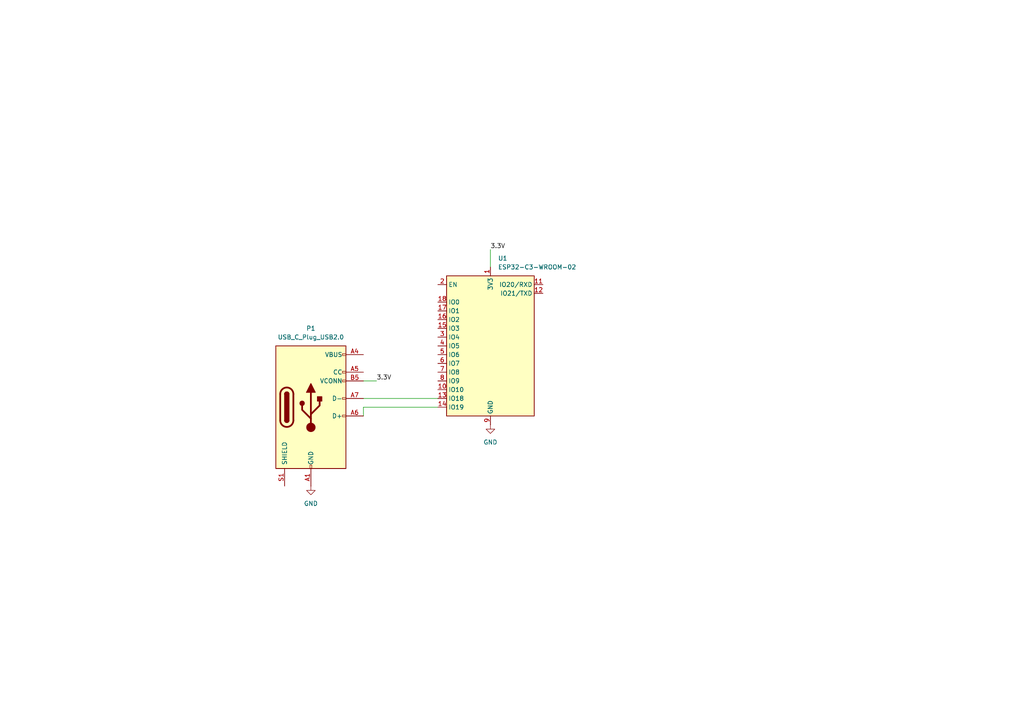
<source format=kicad_sch>
(kicad_sch (version 20231120) (generator "eeschema") (generator_version "8.0")
  (paper "A4")
  (lib_symbols
    (symbol "Connector:USB_C_Plug_USB2.0" (pin_names (offset 1.016))
      (property "Reference" "P" (at -10.16 19.05 0))
      (property "Value" "USB_C_Plug_USB2.0" (at 12.7 19.05 0))
      (symbol "USB_C_Plug_USB2.0_0_0"
        (rectangle (start -0.254 -17.78) (end 0.254 -16.764))
        (rectangle (start 10.16 -2.286) (end 9.144 -2.794))
        (rectangle (start 10.16 2.794) (end 9.144 2.286))
        (rectangle (start 10.16 7.874) (end 9.144 7.366))
        (rectangle (start 10.16 10.414) (end 9.144 9.906))
        (rectangle (start 10.16 15.494) (end 9.144 14.986))
      )
      (symbol "USB_C_Plug_USB2.0_0_1"
        (rectangle (start -10.16 17.78) (end 10.16 -17.78) (stroke (width 0.254)) (fill (type background)))
        (arc (start -8.89 -3.81) (mid -6.985 -5.7067) (end -5.08 -3.81) (stroke (width 0.508)))
        (arc (start -7.62 -3.81) (mid -6.985 -4.4423) (end -6.35 -3.81) (stroke (width 0.254)))
        (arc (start -7.62 -3.81) (mid -6.985 -4.4423) (end -6.35 -3.81) (stroke (width 0.254)) (fill (type outline)))
        (rectangle (start -7.62 -3.81) (end -6.35 3.81) (stroke (width 0.254)) (fill (type outline)))
        (arc (start -6.35 3.81) (mid -6.985 4.4423) (end -7.62 3.81) (stroke (width 0.254)))
        (arc (start -6.35 3.81) (mid -6.985 4.4423) (end -7.62 3.81) (stroke (width 0.254)) (fill (type outline)))
        (arc (start -5.08 3.81) (mid -6.985 5.7067) (end -8.89 3.81) (stroke (width 0.508)))
        (circle (center -2.54 1.143) (radius 0.635) (stroke (width 0.254)) (fill (type outline)))
        (circle (center 0 -5.842) (radius 1.27) (fill (type outline)))
        (polyline (pts (xy -8.89 -3.81) (xy -8.89 3.81)) (stroke (width 0.508)))
        (polyline (pts (xy -5.08 3.81) (xy -5.08 -3.81)) (stroke (width 0.508)))
        (polyline (pts (xy 0 -5.842) (xy 0 4.318)) (stroke (width 0.508)))
        (polyline (pts (xy 0 -3.302) (xy -2.54 -0.762) (xy -2.54 0.508)) (stroke (width 0.508)))
        (polyline (pts (xy 0 -2.032) (xy 2.54 0.508) (xy 2.54 1.778)) (stroke (width 0.508)))
        (polyline (pts (xy -1.27 4.318) (xy 0 6.858) (xy 1.27 4.318) (xy -1.27 4.318)) (stroke (width 0.254)) (fill (type outline)))
        (rectangle (start 1.905 1.778) (end 3.175 3.048) (stroke (width 0.254)) (fill (type outline)))
      )
      (symbol "USB_C_Plug_USB2.0_1_1"
        (pin passive line (at 0 -22.86 90) (length 5.08) (name "GND") (number "A1"))
        (pin passive line (at 0 -22.86 90) (length 5.08) hide (name "GND") (number "A12"))
        (pin passive line (at 15.24 15.24 180) (length 5.08) (name "VBUS") (number "A4"))
        (pin bidirectional line (at 15.24 10.16 180) (length 5.08) (name "CC") (number "A5"))
        (pin bidirectional line (at 15.24 -2.54 180) (length 5.08) (name "D+") (number "A6"))
        (pin bidirectional line (at 15.24 2.54 180) (length 5.08) (name "D-") (number "A7"))
        (pin passive line (at 15.24 15.24 180) (length 5.08) hide (name "VBUS") (number "A9"))
        (pin passive line (at 0 -22.86 90) (length 5.08) hide (name "GND") (number "B1"))
        (pin passive line (at 0 -22.86 90) (length 5.08) hide (name "GND") (number "B12"))
        (pin passive line (at 15.24 15.24 180) (length 5.08) hide (name "VBUS") (number "B4"))
        (pin bidirectional line (at 15.24 7.62 180) (length 5.08) (name "VCONN") (number "B5"))
        (pin passive line (at 15.24 15.24 180) (length 5.08) hide (name "VBUS") (number "B9"))
        (pin passive line (at -7.62 -22.86 90) (length 5.08) (name "SHIELD") (number "S1"))
      )
    )
    (symbol "RF_Module:ESP32-C3-WROOM-02"
      (property "Reference" "U" (at -12.192 21.336 0))
      (property "Value" "ESP32-C3-WROOM-02" (at 12.192 21.336 0))
      (symbol "ESP32-C3-WROOM-02_1_1"
        (rectangle (start -12.7 20.32) (end 12.7 -20.32) (stroke (width 0.254)) (fill (type background)))
        (pin power_in line (at 0 22.86 270) (length 2.54) (name "3V3") (number "1"))
        (pin bidirectional line (at -15.24 -12.7 0) (length 2.54) (name "IO10") (number "10"))
        (pin bidirectional line (at 15.24 17.78 180) (length 2.54) (name "IO20/RXD") (number "11"))
        (pin bidirectional line (at 15.24 15.24 180) (length 2.54) (name "IO21/TXD") (number "12"))
        (pin bidirectional line (at -15.24 -15.24 0) (length 2.54) (name "IO18") (number "13"))
        (pin bidirectional line (at -15.24 -17.78 0) (length 2.54) (name "IO19") (number "14"))
        (pin bidirectional line (at -15.24 5.08 0) (length 2.54) (name "IO3") (number "15"))
        (pin bidirectional line (at -15.24 7.62 0) (length 2.54) (name "IO2") (number "16"))
        (pin bidirectional line (at -15.24 10.16 0) (length 2.54) (name "IO1") (number "17"))
        (pin bidirectional line (at -15.24 12.7 0) (length 2.54) (name "IO0") (number "18"))
        (pin passive line (at 0 -22.86 90) (length 2.54) hide (name "GND") (number "19"))
        (pin input line (at -15.24 17.78 0) (length 2.54) (name "EN") (number "2"))
        (pin bidirectional line (at -15.24 2.54 0) (length 2.54) (name "IO4") (number "3"))
        (pin bidirectional line (at -15.24 0 0) (length 2.54) (name "IO5") (number "4"))
        (pin bidirectional line (at -15.24 -2.54 0) (length 2.54) (name "IO6") (number "5"))
        (pin bidirectional line (at -15.24 -5.08 0) (length 2.54) (name "IO7") (number "6"))
        (pin bidirectional line (at -15.24 -7.62 0) (length 2.54) (name "IO8") (number "7"))
        (pin bidirectional line (at -15.24 -10.16 0) (length 2.54) (name "IO9") (number "8"))
        (pin power_in line (at 0 -22.86 90) (length 2.54) (name "GND") (number "9"))
      )
    )
    (symbol "power:GND" (power) (pin_numbers hide) (pin_names (offset 0) hide)
      (property "Value" "GND" (at 0 -3.81 0))
      (symbol "GND_0_1"
        (polyline (pts (xy 0 0) (xy 0 -1.27) (xy 1.27 -1.27) (xy 0 -2.54) (xy -1.27 -1.27) (xy 0 -1.27)))
      )
      (symbol "GND_1_1"
        (pin power_in line (at 0 0 270) (length 0) (name "~") (number "1"))
      )
    )
  )
  (wire (pts (xy 105.41 115.57) (xy 127 115.57)))
  (wire (pts (xy 105.41 118.11) (xy 127 118.11)))
  (wire (pts (xy 105.41 120.65) (xy 105.41 118.11)))
  (wire (pts (xy 109.22 110.49) (xy 105.41 110.49)))
  (wire (pts (xy 142.24 72.39) (xy 142.24 77.47)))
  (label "3.3V" (at 109.22 110.49 0))
  (label "3.3V" (at 142.24 72.39 0))
  (symbol (lib_id "power:GND") (at 90.17 140.97 0) (unit 1)
    (property "Reference" "#PWR02" (effects (hide yes)))
    (property "Value" "GND" (at 90.17 146.05 0))
    (property "Description" "Power symbol creates a global label with name \"GND\" , ground" (effects (hide yes)))
  )
  (symbol (lib_id "power:GND") (at 142.24 123.19 0) (unit 1)
    (property "Reference" "#PWR01" (effects (hide yes)))
    (property "Value" "GND" (at 142.24 128.27 0))
    (property "Description" "Power symbol creates a global label with name \"GND\" , ground" (effects (hide yes)))
  )
  (symbol (lib_id "RF_Module:ESP32-C3-WROOM-02") (at 142.24 100.33 0) (unit 1)
    (property "Reference" "U1" (at 144.4341 74.93 0) (effects (justify left)))
    (property "Value" "ESP32-C3-WROOM-02" (at 144.4341 77.47 0) (effects (justify left)))
    (property "Footprint" "RF_Module:ESP32-C3-WROOM-02" (effects (hide yes)))
    (property "Datasheet" "https://www.espressif.com/sites/default/files/documentation/esp32-c3-wroom-02_datasheet_en.pdf" (effects (hide yes)))
    (property "Description" "802.11 b/g/n Wi­Fi and Bluetooth 5 module, ESP32­C3 SoC, RISC­V microprocessor, On-board antenna" (effects (hide yes)))
  )
  (symbol (lib_id "Connector:USB_C_Plug_USB2.0") (at 90.17 118.11 0) (unit 1)
    (property "Reference" "P1" (at 90.17 95.25 0))
    (property "Value" "USB_C_Plug_USB2.0" (at 90.17 97.79 0))
    (property "Footprint" "Connector_USB:USB_C_Plug_JAE_DX07P024AJ1" (effects (hide yes)))
    (property "Datasheet" "https://www.usb.org/sites/default/files/documents/usb_type-c.zip" (effects (hide yes)))
    (property "Description" "USB 2.0-only Type-C Plug connector" (effects (hide yes)))
  )
)
</source>
